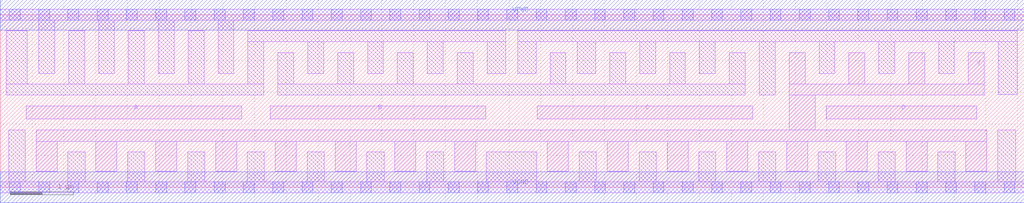
<source format=lef>
# Copyright 2020 The SkyWater PDK Authors
#
# Licensed under the Apache License, Version 2.0 (the "License");
# you may not use this file except in compliance with the License.
# You may obtain a copy of the License at
#
#     https://www.apache.org/licenses/LICENSE-2.0
#
# Unless required by applicable law or agreed to in writing, software
# distributed under the License is distributed on an "AS IS" BASIS,
# WITHOUT WARRANTIES OR CONDITIONS OF ANY KIND, either express or implied.
# See the License for the specific language governing permissions and
# limitations under the License.
#
# SPDX-License-Identifier: Apache-2.0

VERSION 5.7 ;
BUSBITCHARS "[]" ;
DIVIDERCHAR "/" ;
PROPERTYDEFINITIONS
  MACRO maskLayoutSubType STRING ;
  MACRO prCellType STRING ;
  MACRO originalViewName STRING ;
END PROPERTYDEFINITIONS
MACRO sky130_fd_sc_hdll__nor4_8
  ORIGIN  0.000000  0.000000 ;
  CLASS CORE ;
  SYMMETRY X Y R90 ;
  SIZE  16.10000 BY  2.720000 ;
  SITE unithd ;
  PIN A
    ANTENNAGATEAREA  2.220000 ;
    DIRECTION INPUT ;
    USE SIGNAL ;
    PORT
      LAYER li1 ;
        RECT 0.405000 1.075000 3.795000 1.285000 ;
    END
  END A
  PIN B
    ANTENNAGATEAREA  2.220000 ;
    DIRECTION INPUT ;
    USE SIGNAL ;
    PORT
      LAYER li1 ;
        RECT 4.245000 1.075000 7.635000 1.285000 ;
    END
  END B
  PIN C
    ANTENNAGATEAREA  2.220000 ;
    DIRECTION INPUT ;
    USE SIGNAL ;
    PORT
      LAYER li1 ;
        RECT 8.445000 1.075000 11.835000 1.285000 ;
    END
  END C
  PIN D
    ANTENNAGATEAREA  2.220000 ;
    DIRECTION INPUT ;
    USE SIGNAL ;
    PORT
      LAYER li1 ;
        RECT 12.985000 1.075000 15.355000 1.285000 ;
    END
  END D
  PIN Y
    ANTENNADIFFAREA  3.968000 ;
    DIRECTION OUTPUT ;
    USE SIGNAL ;
    PORT
      LAYER li1 ;
        RECT  0.565000 0.255000  0.895000 0.725000 ;
        RECT  0.565000 0.725000 15.515000 0.905000 ;
        RECT  1.505000 0.255000  1.835000 0.725000 ;
        RECT  2.445000 0.255000  2.775000 0.725000 ;
        RECT  3.385000 0.255000  3.715000 0.725000 ;
        RECT  4.325000 0.255000  4.655000 0.725000 ;
        RECT  5.265000 0.255000  5.595000 0.725000 ;
        RECT  6.205000 0.255000  6.535000 0.725000 ;
        RECT  7.145000 0.255000  7.475000 0.725000 ;
        RECT  8.605000 0.255000  8.935000 0.725000 ;
        RECT  9.545000 0.255000  9.875000 0.725000 ;
        RECT 10.485000 0.255000 10.815000 0.725000 ;
        RECT 11.425000 0.255000 11.755000 0.725000 ;
        RECT 12.365000 0.255000 12.695000 0.725000 ;
        RECT 12.405000 0.905000 12.815000 1.455000 ;
        RECT 12.405000 1.455000 15.475000 1.625000 ;
        RECT 12.405000 1.625000 12.655000 2.125000 ;
        RECT 13.305000 0.255000 13.635000 0.725000 ;
        RECT 13.345000 1.625000 13.595000 2.125000 ;
        RECT 14.245000 0.255000 14.575000 0.725000 ;
        RECT 14.285000 1.625000 14.535000 2.125000 ;
        RECT 15.185000 0.255000 15.515000 0.725000 ;
        RECT 15.225000 1.625000 15.475000 2.125000 ;
    END
  END Y
  PIN VGND
    DIRECTION INOUT ;
    USE GROUND ;
    PORT
      LAYER met1 ;
        RECT 0.000000 -0.240000 16.100000 0.240000 ;
    END
  END VGND
  PIN VNB
    DIRECTION INOUT ;
    USE GROUND ;
    PORT
    END
  END VNB
  PIN VPB
    DIRECTION INOUT ;
    USE POWER ;
    PORT
    END
  END VPB
  PIN VPWR
    DIRECTION INOUT ;
    USE POWER ;
    PORT
      LAYER met1 ;
        RECT 0.000000 2.480000 16.100000 2.960000 ;
    END
  END VPWR
  OBS
    LAYER li1 ;
      RECT  0.000000 -0.085000 16.100000 0.085000 ;
      RECT  0.000000  2.635000 16.100000 2.805000 ;
      RECT  0.095000  1.455000  4.145000 1.625000 ;
      RECT  0.095000  1.625000  0.425000 2.465000 ;
      RECT  0.135000  0.085000  0.395000 0.905000 ;
      RECT  0.605000  1.795000  0.855000 2.635000 ;
      RECT  1.065000  0.085000  1.335000 0.555000 ;
      RECT  1.075000  1.625000  1.325000 2.465000 ;
      RECT  1.545000  1.795000  1.795000 2.635000 ;
      RECT  2.005000  0.085000  2.275000 0.555000 ;
      RECT  2.015000  1.625000  2.265000 2.465000 ;
      RECT  2.485000  1.795000  2.735000 2.635000 ;
      RECT  2.945000  0.085000  3.215000 0.555000 ;
      RECT  2.955000  1.625000  3.205000 2.465000 ;
      RECT  3.425000  1.795000  3.675000 2.635000 ;
      RECT  3.885000  0.085000  4.155000 0.555000 ;
      RECT  3.895000  1.625000  4.145000 2.295000 ;
      RECT  3.895000  2.295000  7.945000 2.465000 ;
      RECT  4.365000  1.455000 11.715000 1.625000 ;
      RECT  4.365000  1.625000  4.615000 2.125000 ;
      RECT  4.825000  0.085000  5.095000 0.555000 ;
      RECT  4.835000  1.795000  5.085000 2.295000 ;
      RECT  5.305000  1.625000  5.555000 2.125000 ;
      RECT  5.765000  0.085000  6.035000 0.555000 ;
      RECT  5.775000  1.795000  6.025000 2.295000 ;
      RECT  6.245000  1.625000  6.495000 2.125000 ;
      RECT  6.705000  0.085000  6.975000 0.555000 ;
      RECT  6.715000  1.795000  6.965000 2.295000 ;
      RECT  7.185000  1.625000  7.435000 2.125000 ;
      RECT  7.645000  0.085000  8.435000 0.555000 ;
      RECT  7.655000  1.795000  7.945000 2.295000 ;
      RECT  8.135000  1.795000  8.425000 2.295000 ;
      RECT  8.135000  2.295000 15.995000 2.465000 ;
      RECT  8.645000  1.625000  8.895000 2.125000 ;
      RECT  9.075000  1.795000  9.365000 2.295000 ;
      RECT  9.105000  0.085000  9.375000 0.555000 ;
      RECT  9.585000  1.625000  9.835000 2.125000 ;
      RECT 10.045000  0.085000 10.315000 0.555000 ;
      RECT 10.055000  1.795000 10.305000 2.295000 ;
      RECT 10.525000  1.625000 10.775000 2.125000 ;
      RECT 10.985000  0.085000 11.255000 0.555000 ;
      RECT 10.995000  1.795000 11.245000 2.295000 ;
      RECT 11.465000  1.625000 11.715000 2.125000 ;
      RECT 11.925000  0.085000 12.195000 0.555000 ;
      RECT 11.935000  1.455000 12.185000 2.295000 ;
      RECT 12.865000  0.085000 13.135000 0.555000 ;
      RECT 12.875000  1.795000 13.125000 2.295000 ;
      RECT 13.805000  0.085000 14.075000 0.555000 ;
      RECT 13.815000  1.795000 14.065000 2.295000 ;
      RECT 14.745000  0.085000 15.015000 0.555000 ;
      RECT 14.755000  1.795000 15.005000 2.295000 ;
      RECT 15.685000  0.085000 15.965000 0.905000 ;
      RECT 15.695000  1.465000 15.995000 2.295000 ;
    LAYER mcon ;
      RECT  0.145000 -0.085000  0.315000 0.085000 ;
      RECT  0.145000  2.635000  0.315000 2.805000 ;
      RECT  0.605000 -0.085000  0.775000 0.085000 ;
      RECT  0.605000  2.635000  0.775000 2.805000 ;
      RECT  1.065000 -0.085000  1.235000 0.085000 ;
      RECT  1.065000  2.635000  1.235000 2.805000 ;
      RECT  1.525000 -0.085000  1.695000 0.085000 ;
      RECT  1.525000  2.635000  1.695000 2.805000 ;
      RECT  1.985000 -0.085000  2.155000 0.085000 ;
      RECT  1.985000  2.635000  2.155000 2.805000 ;
      RECT  2.445000 -0.085000  2.615000 0.085000 ;
      RECT  2.445000  2.635000  2.615000 2.805000 ;
      RECT  2.905000 -0.085000  3.075000 0.085000 ;
      RECT  2.905000  2.635000  3.075000 2.805000 ;
      RECT  3.365000 -0.085000  3.535000 0.085000 ;
      RECT  3.365000  2.635000  3.535000 2.805000 ;
      RECT  3.825000 -0.085000  3.995000 0.085000 ;
      RECT  3.825000  2.635000  3.995000 2.805000 ;
      RECT  4.285000 -0.085000  4.455000 0.085000 ;
      RECT  4.285000  2.635000  4.455000 2.805000 ;
      RECT  4.745000 -0.085000  4.915000 0.085000 ;
      RECT  4.745000  2.635000  4.915000 2.805000 ;
      RECT  5.205000 -0.085000  5.375000 0.085000 ;
      RECT  5.205000  2.635000  5.375000 2.805000 ;
      RECT  5.665000 -0.085000  5.835000 0.085000 ;
      RECT  5.665000  2.635000  5.835000 2.805000 ;
      RECT  6.125000 -0.085000  6.295000 0.085000 ;
      RECT  6.125000  2.635000  6.295000 2.805000 ;
      RECT  6.585000 -0.085000  6.755000 0.085000 ;
      RECT  6.585000  2.635000  6.755000 2.805000 ;
      RECT  7.045000 -0.085000  7.215000 0.085000 ;
      RECT  7.045000  2.635000  7.215000 2.805000 ;
      RECT  7.505000 -0.085000  7.675000 0.085000 ;
      RECT  7.505000  2.635000  7.675000 2.805000 ;
      RECT  7.965000 -0.085000  8.135000 0.085000 ;
      RECT  7.965000  2.635000  8.135000 2.805000 ;
      RECT  8.425000 -0.085000  8.595000 0.085000 ;
      RECT  8.425000  2.635000  8.595000 2.805000 ;
      RECT  8.885000 -0.085000  9.055000 0.085000 ;
      RECT  8.885000  2.635000  9.055000 2.805000 ;
      RECT  9.345000 -0.085000  9.515000 0.085000 ;
      RECT  9.345000  2.635000  9.515000 2.805000 ;
      RECT  9.805000 -0.085000  9.975000 0.085000 ;
      RECT  9.805000  2.635000  9.975000 2.805000 ;
      RECT 10.265000 -0.085000 10.435000 0.085000 ;
      RECT 10.265000  2.635000 10.435000 2.805000 ;
      RECT 10.725000 -0.085000 10.895000 0.085000 ;
      RECT 10.725000  2.635000 10.895000 2.805000 ;
      RECT 11.185000 -0.085000 11.355000 0.085000 ;
      RECT 11.185000  2.635000 11.355000 2.805000 ;
      RECT 11.645000 -0.085000 11.815000 0.085000 ;
      RECT 11.645000  2.635000 11.815000 2.805000 ;
      RECT 12.105000 -0.085000 12.275000 0.085000 ;
      RECT 12.105000  2.635000 12.275000 2.805000 ;
      RECT 12.565000 -0.085000 12.735000 0.085000 ;
      RECT 12.565000  2.635000 12.735000 2.805000 ;
      RECT 13.025000 -0.085000 13.195000 0.085000 ;
      RECT 13.025000  2.635000 13.195000 2.805000 ;
      RECT 13.485000 -0.085000 13.655000 0.085000 ;
      RECT 13.485000  2.635000 13.655000 2.805000 ;
      RECT 13.945000 -0.085000 14.115000 0.085000 ;
      RECT 13.945000  2.635000 14.115000 2.805000 ;
      RECT 14.405000 -0.085000 14.575000 0.085000 ;
      RECT 14.405000  2.635000 14.575000 2.805000 ;
      RECT 14.865000 -0.085000 15.035000 0.085000 ;
      RECT 14.865000  2.635000 15.035000 2.805000 ;
      RECT 15.325000 -0.085000 15.495000 0.085000 ;
      RECT 15.325000  2.635000 15.495000 2.805000 ;
      RECT 15.785000 -0.085000 15.955000 0.085000 ;
      RECT 15.785000  2.635000 15.955000 2.805000 ;
  END
  PROPERTY maskLayoutSubType "abstract" ;
  PROPERTY prCellType "standard" ;
  PROPERTY originalViewName "layout" ;
END sky130_fd_sc_hdll__nor4_8
END LIBRARY

</source>
